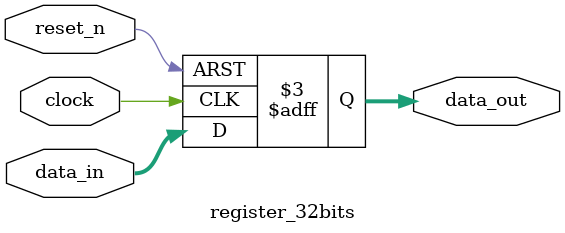
<source format=v>
module mux_4_to_1(
  output mux_out,
  input [1:0] sel,
  input [3:0] mux_in
);

  assign mux_out = mux_in[sel];

endmodule

module mux_8_to_1(
  output mux_out,
  input [2:0] sel,
  input [7:0] mux_in
);

  assign mux_out = mux_in[sel];

endmodule

module demux_1_to_2_pol(
  input  mux_in,
  input  pol,
  input  sel,
  output [1:0] mux_out
);

  assign mux_out[0] = (mux_in & ~sel) ^ pol;
  assign mux_out[1] = (mux_in &  sel) ^ pol;

endmodule

module demux_1_to_4_pol(
  input  mux_in,
  input  pol,
  input  [1:0] sel,
  output [3:0] mux_out
);

  assign mux_out[0] = (mux_in &  ~sel[1] &~sel[0]) ^ pol;
  assign mux_out[1] = (mux_in &  ~sel[1] & sel[0]) ^ pol;
  assign mux_out[2] = (mux_in &   sel[1] &~sel[0]) ^ pol;
  assign mux_out[3] = (mux_in &   sel[1] & sel[0]) ^ pol;

endmodule

module demux_1_to_8_pol(
  input  mux_in,
  input  pol,
  input  [2:0] sel,
  output [7:0] mux_out
);

  assign mux_out[0] = (mux_in & ~sel[2] & ~sel[1] &~sel[0]) ^ pol;
  assign mux_out[1] = (mux_in & ~sel[2] & ~sel[1] & sel[0]) ^ pol;
  assign mux_out[2] = (mux_in & ~sel[2] &  sel[1] &~sel[0]) ^ pol;
  assign mux_out[3] = (mux_in & ~sel[2] &  sel[1] & sel[0]) ^ pol;
  assign mux_out[4] = (mux_in &  sel[2] & ~sel[1] &~sel[0]) ^ pol;
  assign mux_out[5] = (mux_in &  sel[2] & ~sel[1] & sel[0]) ^ pol;
  assign mux_out[6] = (mux_in &  sel[2] &  sel[1] &~sel[0]) ^ pol;
  assign mux_out[7] = (mux_in &  sel[2] &  sel[1] & sel[0]) ^ pol;

endmodule

module dff(
  input clk,
  input rst_n,
  input D,
  output reg Q
);
 
always @ (posedge(clk), negedge(rst_n))
  begin
    if (rst_n == 0)
      Q <= 1'b0;
    else
      Q <= D;
  end
 
endmodule

module clock_divider_by_2(
  input clk_in,
  input rst_n,
  output clk_out
);

  wire Q_int;

  dff ff0(.clk(clk_in),  .rst_n(rst_n),.D(~Q_int),.Q(Q_int));

  assign clk_out = Q_int;

endmodule

module clock_divider(
    input clk_in,
    input rst_n,
    input [2:0] div,
    output clk_out
  );

  wire [7:0] Q_int;

  dff ff0(.clk(clk_in),  .rst_n(rst_n),.D(~Q_int[0]),.Q(Q_int[0]));
  dff ff1(.clk(Q_int[0]),.rst_n(rst_n),.D(~Q_int[1]),.Q(Q_int[1]));
  dff ff2(.clk(Q_int[1]),.rst_n(rst_n),.D(~Q_int[2]),.Q(Q_int[2]));
  dff ff3(.clk(Q_int[2]),.rst_n(rst_n),.D(~Q_int[3]),.Q(Q_int[3]));
  dff ff4(.clk(Q_int[3]),.rst_n(rst_n),.D(~Q_int[4]),.Q(Q_int[4]));
  dff ff5(.clk(Q_int[4]),.rst_n(rst_n),.D(~Q_int[5]),.Q(Q_int[5]));
  dff ff6(.clk(Q_int[5]),.rst_n(rst_n),.D(~Q_int[6]),.Q(Q_int[6]));
  dff ff7(.clk(Q_int[6]),.rst_n(rst_n),.D(~Q_int[7]),.Q(Q_int[7]));

  mux_8_to_1 s0(
    .mux_out(clk_out),
    .sel(div),
    .mux_in(Q_int)
  );

endmodule

// ----------------------------------------------------------------
module  mux_2x1_1bit(
   input  in0,  // Mux first input
   input  in1,  // Mux Second input
   input  sel,    // Select input
   output wire mux_out // Mux output
);

  assign mux_out = (sel) ? in1 : in0;
endmodule 


// ----------------------------------------------------------------

module shift_reg_9bits (  
  input clock,           // input for clock to all flops in the shift register
  input reset_n,         // input to reset the register to a default value
  input en,              // input for enable to switch the shift register on/off
  input d,               // input for data to the first flop in the shift register
  output reg [8:0] out  // output to read out the current value of all register bits
);
 
  always @ (posedge (clock) or negedge(reset_n))
    begin
      if(reset_n == 1'b0)
        out <= 0;
      else 
        begin
          if(en == 1'b1)
            out <= {out[7:0], d};
          else
            out <= out;
        end
    end

endmodule

// ----------------------------------------------------------------
module downCounter8Bits (
  input  wire clock,
  input  wire reset_n,
  input  wire load,
  input  wire en,
  input  wire [7:0] data_in,
  output wire [7:0] count
);
 
  reg  [7:0] r_reg;
  wire [7:0] r_next;
 
  always @(posedge clock, posedge load, negedge reset_n)
    begin
      if (reset_n == 1'b0)
        r_reg <= 8'b000000;
      else
	if(load == 1'b1)
          r_reg <= data_in;
	else
	  if(en == 1'b0)
            r_reg <= r_reg;
          else
            if(r_reg == 8'b00000000)
              r_reg <= 8'b00000000;
            else
              r_reg <= r_next;
    end 

  assign count  = r_reg;
  assign r_next = r_reg-1;

endmodule

// ----------------------------------------------------------------
module downCounter16Bits (
  input  wire clock,
  input  wire reset_n,
  input  wire load,
  input  wire en,
  input  wire [15:0] data_in,
  output wire [15:0] count
);
 
  reg  [15:0] r_reg;
  wire [15:0] r_next;
 
  always @(posedge clock, posedge load, negedge reset_n)
    begin
      if (reset_n == 1'b0)
        r_reg <= 16'b00000000000000;
      else
	if(load == 1'b1)
          r_reg <= data_in;
	else
	  if(en == 1'b0)
            r_reg <= r_reg;
          else
            if(r_reg == 16'b0000000000000000)
              r_reg <= 16'b0000000000000000;
            else
              r_reg <= r_next;
    end 

  assign count  = r_reg;
  assign r_next = r_reg-1;

endmodule

// ----------------------------------------------------------------
module register_2bits (
  input clock, 
  input reset_n, 
  input [1:0] data_in,
  output reg [1:0] data_out
);

  always @(posedge(clock) or negedge(reset_n)) 
    begin 
      if (reset_n == 1'b0) 
        data_out <= 2'b00; 
      else 
        data_out <= data_in; 
    end 
endmodule

// ----------------------------------------------------------------
module register_4bits (
  input clock, 
  input reset_n, 
  input [3:0] data_in,
  output reg [3:0] data_out
);

  always @(posedge(clock) or negedge(reset_n)) 
    begin 
      if (reset_n == 1'b0) 
        data_out <= 4'b0000; 
      else 
        data_out <= data_in; 
    end 
endmodule

// ----------------------------------------------------------------
module register_16bits (
    input clock, 
    input reset_n, 
    input [15:0] data_in,
    output reg [15:0] data_out
  ); 
 
  always @(posedge(clock) or negedge(reset_n)) 
    begin 
      if (reset_n == 1'b0) 
        data_out <= 16'h0000; 
      else 
        data_out <= data_in; 
    end 
endmodule 

// ----------------------------------------------------------------
module register_32bits (
    input clock, 
    input reset_n, 
    input [31:0] data_in,
    output reg [31:0] data_out
  ); 
 
  always @(posedge(clock) or negedge(reset_n)) 
    begin 
      if (reset_n == 1'b0) 
        data_out <= 32'h00000000; 
      else 
        data_out <= data_in; 
    end 
endmodule 


</source>
